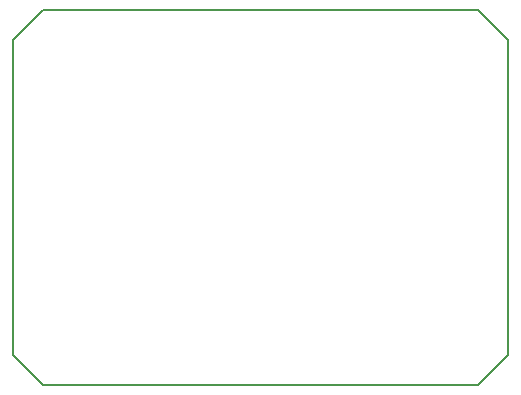
<source format=gbr>
G04 #@! TF.FileFunction,Profile,NP*
%FSLAX46Y46*%
G04 Gerber Fmt 4.6, Leading zero omitted, Abs format (unit mm)*
G04 Created by KiCad (PCBNEW 4.0.7) date Monday, November 12, 2018 'AMt' 11:28:17 AM*
%MOMM*%
%LPD*%
G01*
G04 APERTURE LIST*
%ADD10C,0.100000*%
%ADD11C,0.150000*%
G04 APERTURE END LIST*
D10*
D11*
X130810000Y-133350000D02*
X167640000Y-133350000D01*
X128270000Y-130810000D02*
X130810000Y-133350000D01*
X128270000Y-104140000D02*
X128270000Y-130810000D01*
X130810000Y-101600000D02*
X128270000Y-104140000D01*
X167640000Y-101600000D02*
X130810000Y-101600000D01*
X170180000Y-104140000D02*
X167640000Y-101600000D01*
X170180000Y-130810000D02*
X170180000Y-104140000D01*
X167640000Y-133350000D02*
X170180000Y-130810000D01*
M02*

</source>
